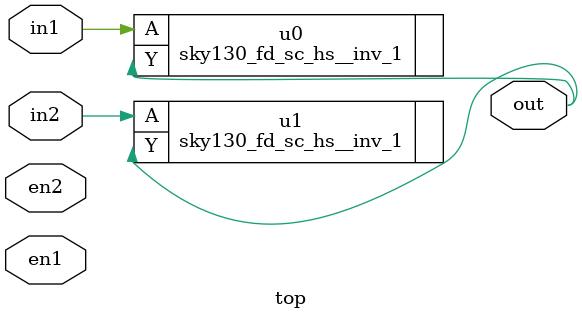
<source format=v>
module top (in1, in2, en1, en2, out);
  input in1, in2, en1, en2;
  output out;

  sky130_fd_sc_hs__inv_1 u0 (.A(in1), .Y(out));
  sky130_fd_sc_hs__inv_1 u1 (.A(in2), .Y(out));

endmodule // top

</source>
